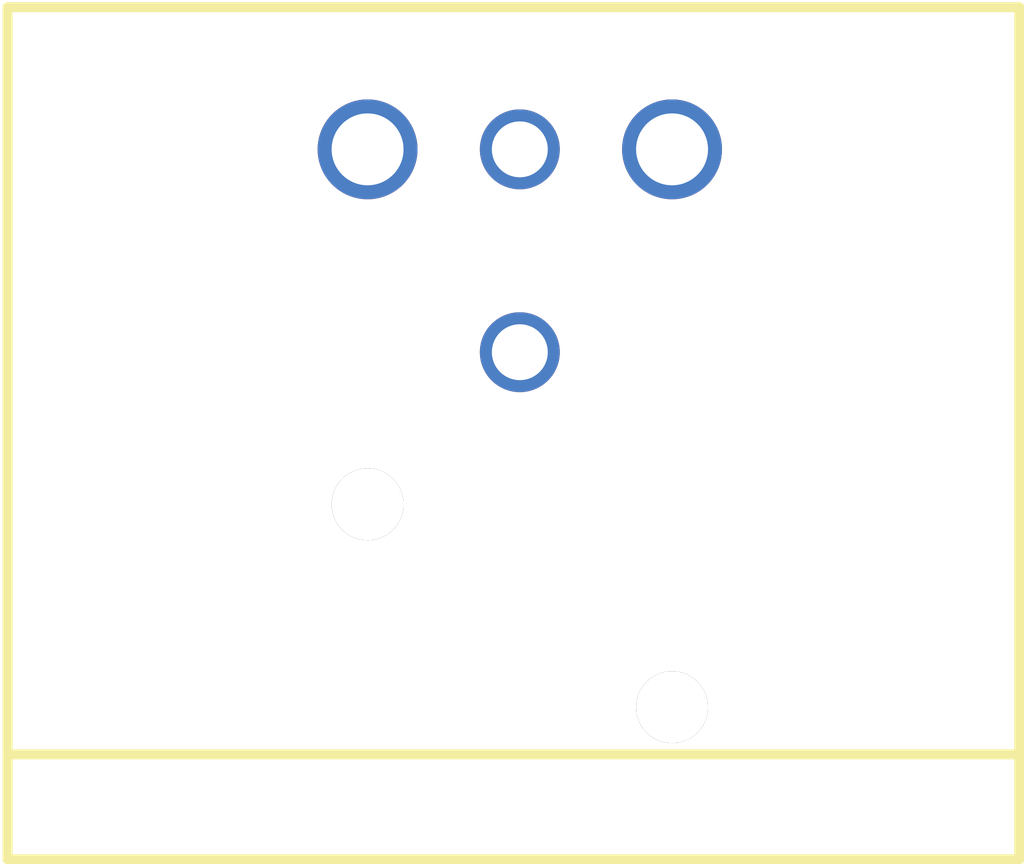
<source format=kicad_pcb>
(kicad_pcb (version 20241229) (generator "atopile") (generator_version "0.12.2")
  (layers (0 "F.Cu" signal) (31 "B.Cu" signal) (34 "B.Paste" user) (35 "F.Paste" user) (36 "B.SilkS" user "B.Silkscreen") (37 "F.SilkS" user "F.Silkscreen") (38 "B.Mask" user) (39 "F.Mask" user) (44 "Edge.Cuts" user))
  (net 0 "")
  (net 2 "GND")
  (net 3 "audio_N")
  (net 4 "net")
  (net 6 "audio_P")
  (net 8 "_4")
  (footprint "Neutrik_NC3MAAH:CONN-TH_NC3MAAH" (layer "F.Cu") (at 0 0 0)
    (property "Reference" "PS1" (hide yes))
    (property "Value" "")
    (fp_line (start 12.5 12.61) (end -12.82 12.61) (stroke (width 0.25)) (layer "F.SilkS"))
    (fp_line (start 12.5 15.24) (end 12.5 -6.1) (stroke (width 0.25)) (layer "F.SilkS"))
    (fp_line (start 12.5 -6.1) (end -12.82 -6.1) (stroke (width 0.25)) (layer "F.SilkS"))
    (fp_line (start -12.82 -6.1) (end -12.82 15.24) (stroke (width 0.25)) (layer "F.SilkS"))
    (fp_line (start 12.5 15.24) (end -12.8 15.24) (stroke (width 0.25)) (layer "F.SilkS"))
    (pad "4" thru_hole circle (at 0 2.54 180) (size 2 2) (drill 1.3999972) (layers "*.Cu" "*.Mask") (net 8 "_4"))
    (pad "3" thru_hole circle (at 0 -2.54 180) (size 2 2) (drill 1.3999972) (layers "*.Cu" "*.Mask") (net 3 "audio_N"))
    (pad "2" thru_hole circle (at 3.81 -2.54 180) (size 2.5 2.5) (drill 1.7999964) (layers "*.Cu" "*.Mask") (net 6 "audio_P"))
    (pad "1" thru_hole circle (at -3.81 -2.54 180) (size 2.5 2.5) (drill 1.7999964) (layers "*.Cu" "*.Mask") (net 2 "GND"))
    (pad "" thru_hole circle (at -3.81 6.35 0) (size 1.8 1.8) (drill 1.8) (layers "*.Cu" "*.Mask") (net 4 "net"))
    (pad "" thru_hole circle (at 3.81 11.43 0) (size 1.8 1.8) (drill 1.8) (layers "*.Cu" "*.Mask") (net 4 "net"))
  )
)
</source>
